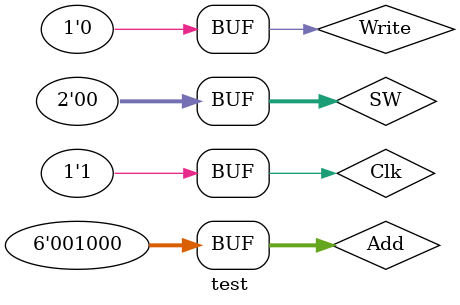
<source format=v>
`timescale 1ns / 1ps


module test;

	// Inputs
	reg [7:2] Add;
	reg [1:0] SW;
	reg Write;
	reg Clk;

	// Outputs
	wire [7:0] LED;

	// Instantiate the Unit Under Test (UUT)
	Ex5 uut (
		.Add(Add), 
		.SW(SW), 
		.Write(Write), 
		.Clk(Clk), 
		.LED(LED)
	);

	initial begin
		// Initialize Inputs
		Add = 0;
		SW = 0;
		Write = 0;
		Clk = 0;

		// Wait 100 ns for global reset to finish
		#100;
		Add = 6'b001100;
		SW = 2'b00;
		Write = 1;
      Clk = 0;
		#100;
		Clk = 1;
		#100;
		Clk = 0;
		Write = 0;
		SW = 2'b00;
		Add = 6'b001100;
		#100;
		Clk = 1;
		#100;
		Clk = 0;
		Add = 6'b001000;
		#100;
		Clk = 1;
		// Add stimulus here

	end
      
endmodule


</source>
